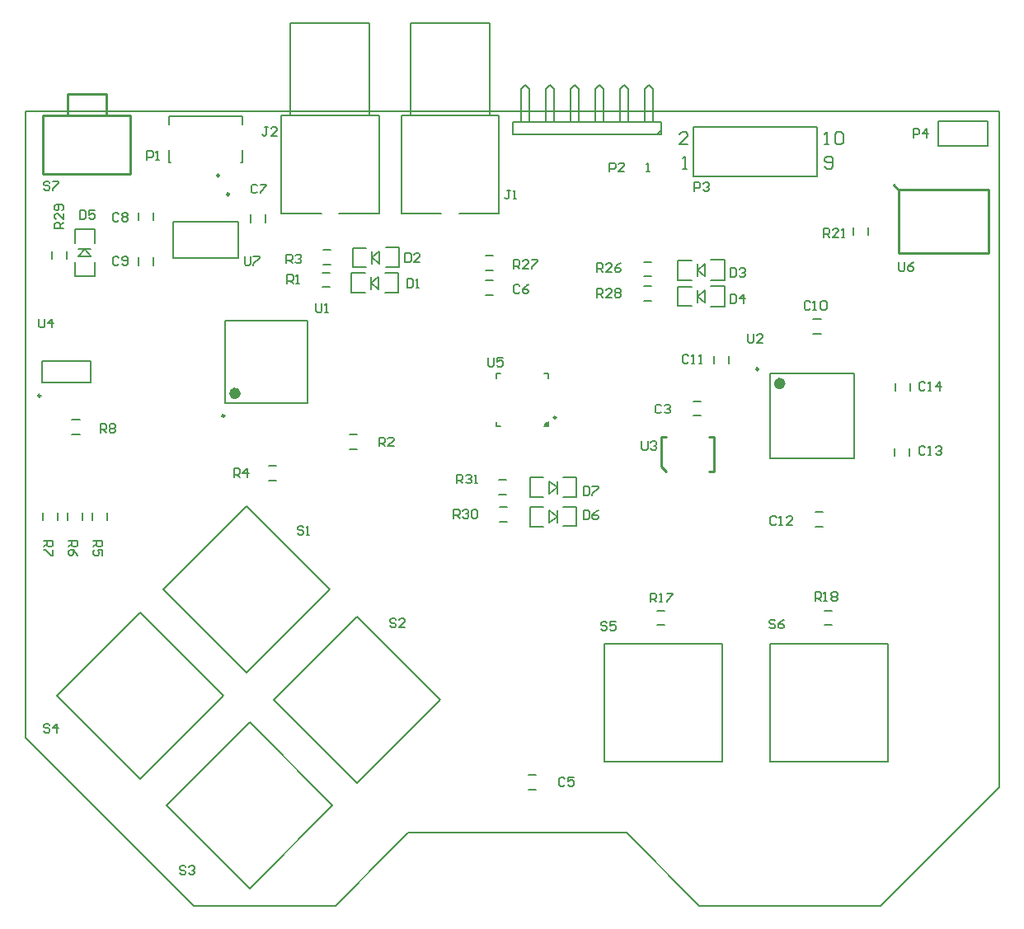
<source format=gto>
G04 Layer_Color=65535*
%FSLAX44Y44*%
%MOMM*%
G71*
G01*
G75*
%ADD30C,0.2000*%
%ADD41C,0.6000*%
%ADD42C,0.2500*%
%ADD43C,0.2540*%
%ADD44C,0.2032*%
G36*
X537250Y492350D02*
X533000D01*
Y493840D01*
X535760Y496600D01*
X537250D01*
Y492350D01*
D02*
G37*
D30*
Y496600D02*
G03*
X533000Y492350I0J-4250D01*
G01*
X290150Y516300D02*
Y601300D01*
X205150Y516300D02*
Y601300D01*
X290150D01*
X205150Y516300D02*
X290150D01*
X218500Y665350D02*
Y702350D01*
X151500D02*
X218500D01*
X151500Y665350D02*
Y702350D01*
Y665350D02*
X218500D01*
X533000Y546350D02*
X537250D01*
Y542100D02*
Y546350D01*
X483250D02*
X487500D01*
X483250Y542100D02*
Y546350D01*
Y492350D02*
Y496600D01*
Y492350D02*
X487500D01*
X533000D02*
X537250D01*
Y496600D01*
X16950Y537850D02*
X66950D01*
X16950Y559850D02*
X66950D01*
X16950Y537850D02*
Y559850D01*
X66950Y537850D02*
Y559850D01*
X851500Y459350D02*
Y546350D01*
X764500D02*
X851500D01*
X764500Y459350D02*
X851500D01*
X764500D02*
Y546350D01*
X226892Y410458D02*
X312204Y325146D01*
X226892Y239834D02*
X312204Y325146D01*
X141579D02*
X226892Y239834D01*
X141579Y325146D02*
X226892Y410458D01*
X305000Y650350D02*
X313000D01*
X305000Y635350D02*
X313000D01*
X988100Y780150D02*
Y805550D01*
X937300D02*
X988100D01*
X937300Y780150D02*
Y805550D01*
Y780150D02*
X988100D01*
X812800Y749300D02*
Y800100D01*
X685800D02*
X812800D01*
X685800Y749300D02*
X812800D01*
X685800D02*
Y800100D01*
X636367Y839116D02*
X640600Y843350D01*
X644833Y839116D01*
X615200Y843350D02*
X619433Y839116D01*
X636367Y805250D02*
Y839116D01*
X619433Y805250D02*
Y839116D01*
X610966D02*
X615200Y843350D01*
X589800D02*
X594033Y839116D01*
X585566D02*
X589800Y843350D01*
X568633Y805250D02*
Y839116D01*
X649066Y792550D02*
X653300Y796783D01*
Y792550D02*
Y805250D01*
X644833D02*
Y839116D01*
X610966Y805250D02*
Y839116D01*
X594033Y805250D02*
Y839116D01*
X585566Y805250D02*
Y839116D01*
X560167D02*
X564400Y843350D01*
X568633Y839116D01*
X539000Y843350D02*
X543233Y839116D01*
X560167Y805250D02*
Y839116D01*
X543233Y805250D02*
Y839116D01*
X534767D02*
X539000Y843350D01*
X513600D02*
X517833Y839116D01*
X534767Y805250D02*
Y839116D01*
X509367D02*
X513600Y843350D01*
X500900Y792550D02*
X653300D01*
X500900Y805250D02*
X653300D01*
X517833D02*
Y839116D01*
X509367Y805250D02*
Y839116D01*
X500900Y792550D02*
Y805250D01*
X222450Y802730D02*
Y810849D01*
X222453Y763897D02*
Y775970D01*
X221140Y763897D02*
X222453D01*
X147550Y810849D02*
X222450D01*
X147547Y802730D02*
Y810850D01*
Y763850D02*
X148850D01*
X147547D02*
Y775970D01*
X445200Y711284D02*
X486000D01*
X386000D02*
X426800D01*
X395350Y906850D02*
X476650D01*
X386002Y711104D02*
Y811670D01*
X486000Y711284D02*
Y811850D01*
X395350D02*
Y906850D01*
X476650Y811850D02*
Y906850D01*
X386000Y811850D02*
X486000D01*
X686000Y518350D02*
X694000D01*
X686000Y503350D02*
X694000D01*
X809000Y602350D02*
X817000D01*
X809000Y587350D02*
X817000D01*
X820500Y288350D02*
X828500D01*
X820500Y303350D02*
X828500D01*
X648500Y303350D02*
X656500D01*
X648500Y288350D02*
X656500D01*
X516700Y134500D02*
X524700D01*
X516700Y119500D02*
X524700D01*
X322200Y711284D02*
X363000D01*
X263000D02*
X303800D01*
X272350Y906850D02*
X353650D01*
X263002Y711104D02*
Y811670D01*
X363000Y711284D02*
Y811850D01*
X272350D02*
Y906850D01*
X353650Y811850D02*
Y906850D01*
X263000Y811850D02*
X363000D01*
X472250Y642500D02*
X480250D01*
X472250Y627500D02*
X480250D01*
X246500Y701850D02*
Y709850D01*
X231500Y701850D02*
Y709850D01*
X131500Y703850D02*
Y711850D01*
X116500Y703850D02*
Y711850D01*
X131500Y657850D02*
Y665850D01*
X116500Y657850D02*
Y665850D01*
X722500Y556850D02*
Y564850D01*
X707500Y556850D02*
Y564850D01*
X811000Y404350D02*
X819000D01*
X811000Y389350D02*
X819000D01*
X907500Y461850D02*
Y469850D01*
X892500Y461850D02*
Y469850D01*
X908500Y528850D02*
Y536850D01*
X893500Y528850D02*
Y536850D01*
X332550Y483750D02*
X340550D01*
X332550Y468750D02*
X340550D01*
X305500Y658350D02*
X313500D01*
X305500Y673350D02*
X313500D01*
X250000Y452000D02*
X258000D01*
X250000Y437000D02*
X258000D01*
X83700Y396050D02*
Y404050D01*
X68700Y396050D02*
Y404050D01*
X58300Y396050D02*
Y404050D01*
X43300Y396050D02*
Y404050D01*
X32900Y396050D02*
Y404050D01*
X17900Y396050D02*
Y404050D01*
X48000Y499350D02*
X56000D01*
X48000Y484350D02*
X56000D01*
X865500Y688850D02*
Y696850D01*
X850500Y688850D02*
Y696850D01*
X635000Y646350D02*
X643000D01*
X635000Y661350D02*
X643000D01*
X472250Y667900D02*
X480250D01*
X472250Y652900D02*
X480250D01*
X635000Y636350D02*
X643000D01*
X635000Y621350D02*
X643000D01*
X42500Y664350D02*
Y672350D01*
X27500Y664350D02*
Y672350D01*
X340608Y296867D02*
X425921Y211554D01*
X340608Y126242D02*
X425921Y211554D01*
X255296D02*
X340608Y126242D01*
X255296Y211554D02*
X340608Y296867D01*
X230220Y188255D02*
X315532Y102942D01*
X230220Y17630D02*
X315532Y102942D01*
X144908D02*
X230220Y17630D01*
X144908Y102942D02*
X230220Y188255D01*
X117786Y301103D02*
X203099Y215791D01*
X117786Y130478D02*
X203099Y215791D01*
X32474D02*
X117786Y130478D01*
X32474Y215791D02*
X117786Y301103D01*
X715560Y148390D02*
Y269040D01*
X594910D02*
X715560D01*
X594910Y148390D02*
X715560D01*
X594910D02*
Y269040D01*
X885560Y148390D02*
Y269040D01*
X764910D02*
X885560D01*
X764910Y148390D02*
X885560D01*
X764910D02*
Y269040D01*
X487000Y409350D02*
X495000D01*
X487000Y394350D02*
X495000D01*
X485998Y437349D02*
X493997D01*
X485998Y422349D02*
X493997D01*
X878000Y-150D02*
X1000000Y121850D01*
X692000Y-150D02*
X878000D01*
X617000Y74850D02*
X692000Y-150D01*
X393000Y74850D02*
X617000D01*
X377000Y58850D02*
X393000Y74850D01*
X318150Y0D02*
X377000Y58850D01*
X172850Y0D02*
X318150D01*
X0Y172850D02*
X172850Y0D01*
X0Y172850D02*
Y815850D01*
X1000000D01*
Y121850D02*
Y815850D01*
D41*
X218150Y526300D02*
G03*
X218150Y526300I-3000J0D01*
G01*
X777500Y536350D02*
G03*
X777500Y536350I-3000J0D01*
G01*
D42*
X204400Y503300D02*
G03*
X204400Y503300I-1250J0D01*
G01*
X209250Y730850D02*
G03*
X209250Y730850I-1250J0D01*
G01*
X545000Y501470D02*
G03*
X545000Y501470I-1250J0D01*
G01*
X15650Y523850D02*
G03*
X15650Y523850I-1250J0D01*
G01*
X752750Y551100D02*
G03*
X752750Y551100I-1250J0D01*
G01*
X199250Y750100D02*
G03*
X199250Y750100I-1250J0D01*
G01*
D43*
X989000Y670350D02*
Y735350D01*
X897000D02*
X989000D01*
X891500Y740351D02*
X897000Y734850D01*
Y670350D02*
X989000D01*
X897000D02*
Y734850D01*
X707000Y445850D02*
Y481850D01*
X702000D02*
X707000D01*
X702000Y445850D02*
X707000D01*
X653000Y481850D02*
X658000D01*
X653000Y451100D02*
Y481850D01*
Y451100D02*
X658000Y446100D01*
X83000Y811850D02*
Y833850D01*
X108000Y751850D02*
Y811850D01*
X43000Y833850D02*
X83000D01*
X18000Y811850D02*
X108000D01*
X43000D02*
Y833850D01*
X18000Y751850D02*
X108000D01*
X18000D02*
Y811850D01*
D44*
X369000Y650264D02*
X383000D01*
X354936Y639850D02*
X362810Y646200D01*
Y633500D02*
Y646200D01*
X354936Y633500D02*
Y639850D01*
X362810Y633500D01*
X383000Y629850D02*
Y649850D01*
X369000Y629690D02*
X383000D01*
X335000Y649850D02*
X349000D01*
X354936Y639850D02*
Y646200D01*
X335000Y629850D02*
X349000D01*
X335000D02*
Y649850D01*
X370000Y676264D02*
X384000D01*
X355936Y665850D02*
X363810Y672200D01*
Y659500D02*
Y672200D01*
X355936Y659500D02*
Y665850D01*
X363810Y659500D01*
X384000Y655850D02*
Y675850D01*
X370000Y655690D02*
X384000D01*
X336000Y675850D02*
X350000D01*
X355936Y665850D02*
Y672200D01*
X336000Y655850D02*
X350000D01*
X336000D02*
Y675850D01*
X704000Y663264D02*
X718000D01*
X689936Y652850D02*
X697810Y659200D01*
Y646500D02*
Y659200D01*
X689936Y646500D02*
Y652850D01*
X697810Y646500D01*
X718000Y642850D02*
Y662850D01*
X704000Y642690D02*
X718000D01*
X670000Y662850D02*
X684000D01*
X689936Y652850D02*
Y659200D01*
X670000Y642850D02*
X684000D01*
X670000D02*
Y662850D01*
X704000Y636264D02*
X718000D01*
X689936Y625850D02*
X697810Y632200D01*
Y619500D02*
Y632200D01*
X689936Y619500D02*
Y625850D01*
X697810Y619500D01*
X718000Y615850D02*
Y635850D01*
X704000Y615690D02*
X718000D01*
X670000Y635850D02*
X684000D01*
X689936Y625850D02*
Y632200D01*
X670000Y615850D02*
X684000D01*
X670000D02*
Y635850D01*
X71000Y680850D02*
Y694849D01*
X61000Y674914D02*
X67350D01*
X61000D02*
X67350Y667040D01*
X54650Y674914D02*
X61000D01*
X54650Y667040D02*
X61000Y674914D01*
X71414Y646850D02*
Y660850D01*
X54650Y667040D02*
X67350D01*
X51000Y694849D02*
X71000D01*
X51000Y680850D02*
Y694849D01*
Y646850D02*
X71000D01*
X50840D02*
Y660850D01*
X552000Y409850D02*
X566000D01*
X546064Y399850D02*
Y406200D01*
X538190D02*
X546064Y399850D01*
Y393500D02*
Y399850D01*
X538190Y393500D02*
X546064Y399850D01*
X566000Y389850D02*
Y409850D01*
X552000Y389850D02*
X566000D01*
X538190Y393500D02*
Y406200D01*
X518000Y410010D02*
X532000D01*
X518000Y389850D02*
Y409850D01*
Y389436D02*
X532000D01*
X552000Y439850D02*
X566000D01*
X546064Y429850D02*
Y436200D01*
X538190D02*
X546064Y429850D01*
Y423500D02*
Y429850D01*
X538190Y423500D02*
X546064Y429850D01*
X566000Y419850D02*
Y439850D01*
X552000Y419850D02*
X566000D01*
X538190Y423500D02*
Y436200D01*
X518000Y440010D02*
X532000D01*
X518000Y419850D02*
Y439850D01*
Y419436D02*
X532000D01*
X298450Y618741D02*
Y611124D01*
X299974Y609600D01*
X303020D01*
X304544Y611124D01*
Y618741D01*
X307591Y609600D02*
X310638D01*
X309115D01*
Y618741D01*
X307591Y617217D01*
X225000Y666991D02*
Y659373D01*
X226523Y657850D01*
X229571D01*
X231094Y659373D01*
Y666991D01*
X234141D02*
X240235D01*
Y665468D01*
X234141Y659373D01*
Y657850D01*
X897000Y660991D02*
Y653373D01*
X898523Y651850D01*
X901571D01*
X903094Y653373D01*
Y660991D01*
X912235D02*
X909188Y659467D01*
X906141Y656421D01*
Y653373D01*
X907665Y651850D01*
X910712D01*
X912235Y653373D01*
Y654897D01*
X910712Y656421D01*
X906141D01*
X475000Y562991D02*
Y555373D01*
X476524Y553850D01*
X479571D01*
X481094Y555373D01*
Y562991D01*
X490235D02*
X484141D01*
Y558420D01*
X487188Y559944D01*
X488712D01*
X490235Y558420D01*
Y555373D01*
X488712Y553850D01*
X485665D01*
X484141Y555373D01*
X13970Y602993D02*
Y595376D01*
X15494Y593852D01*
X18541D01*
X20064Y595376D01*
Y602993D01*
X27682Y593852D02*
Y602993D01*
X23111Y598423D01*
X29205D01*
X633000Y476991D02*
Y469374D01*
X634524Y467850D01*
X637570D01*
X639094Y469374D01*
Y476991D01*
X642141Y475467D02*
X643665Y476991D01*
X646712D01*
X648235Y475467D01*
Y473944D01*
X646712Y472421D01*
X645188D01*
X646712D01*
X648235Y470897D01*
Y469374D01*
X646712Y467850D01*
X643665D01*
X642141Y469374D01*
X741934Y586991D02*
Y579374D01*
X743457Y577850D01*
X746505D01*
X748028Y579374D01*
Y586991D01*
X757169Y577850D02*
X751075D01*
X757169Y583944D01*
Y585467D01*
X755646Y586991D01*
X752599D01*
X751075Y585467D01*
X25094Y742467D02*
X23570Y743991D01*
X20524D01*
X19000Y742467D01*
Y740944D01*
X20524Y739420D01*
X23570D01*
X25094Y737897D01*
Y736374D01*
X23570Y734850D01*
X20524D01*
X19000Y736374D01*
X28141Y743991D02*
X34235D01*
Y742467D01*
X28141Y736374D01*
Y734850D01*
X285494Y388618D02*
X283971Y390141D01*
X280924D01*
X279400Y388618D01*
Y387094D01*
X280924Y385570D01*
X283971D01*
X285494Y384047D01*
Y382523D01*
X283971Y381000D01*
X280924D01*
X279400Y382523D01*
X288541Y381000D02*
X291588D01*
X290065D01*
Y390141D01*
X288541Y388618D01*
X269000Y638850D02*
Y647991D01*
X273570D01*
X275094Y646468D01*
Y643420D01*
X273570Y641897D01*
X269000D01*
X272047D02*
X275094Y638850D01*
X278141D02*
X281188D01*
X279665D01*
Y647991D01*
X278141Y646468D01*
X912000Y788850D02*
Y797991D01*
X916571D01*
X918094Y796468D01*
Y793420D01*
X916571Y791897D01*
X912000D01*
X925712Y788850D02*
Y797991D01*
X921141Y793420D01*
X927235D01*
X687000Y733850D02*
Y742991D01*
X691571D01*
X693094Y741468D01*
Y738420D01*
X691571Y736897D01*
X687000D01*
X696141Y741468D02*
X697665Y742991D01*
X700712D01*
X702235Y741468D01*
Y739944D01*
X700712Y738420D01*
X699188D01*
X700712D01*
X702235Y736897D01*
Y735374D01*
X700712Y733850D01*
X697665D01*
X696141Y735374D01*
X821000Y781850D02*
X825232D01*
X823116D01*
Y794546D01*
X821000Y792430D01*
X831580D02*
X833696Y794546D01*
X837928D01*
X840044Y792430D01*
Y783966D01*
X837928Y781850D01*
X833696D01*
X831580Y783966D01*
Y792430D01*
X821000Y758966D02*
X823116Y756850D01*
X827348D01*
X829464Y758966D01*
Y767430D01*
X827348Y769546D01*
X823116D01*
X821000Y767430D01*
Y765314D01*
X823116Y763198D01*
X829464D01*
X680464Y781850D02*
X672000D01*
X680464Y790314D01*
Y792430D01*
X678348Y794546D01*
X674116D01*
X672000Y792430D01*
X675000Y756850D02*
X679232D01*
X677116D01*
Y769546D01*
X675000Y767430D01*
X600000Y753850D02*
Y762991D01*
X604571D01*
X606094Y761468D01*
Y758420D01*
X604571Y756897D01*
X600000D01*
X615235Y753850D02*
X609141D01*
X615235Y759944D01*
Y761468D01*
X613712Y762991D01*
X610665D01*
X609141Y761468D01*
X125000Y765850D02*
Y774991D01*
X129571D01*
X131094Y773467D01*
Y770421D01*
X129571Y768897D01*
X125000D01*
X134141Y765850D02*
X137188D01*
X135665D01*
Y774991D01*
X134141Y773467D01*
X498094Y734991D02*
X495047D01*
X496571D01*
Y727374D01*
X495047Y725850D01*
X493523D01*
X492000Y727374D01*
X501141Y725850D02*
X504188D01*
X502665D01*
Y734991D01*
X501141Y733467D01*
X392000Y643991D02*
Y634850D01*
X396571D01*
X398094Y636373D01*
Y642467D01*
X396571Y643991D01*
X392000D01*
X401141Y634850D02*
X404188D01*
X402665D01*
Y643991D01*
X401141Y642467D01*
X653094Y513467D02*
X651571Y514991D01*
X648523D01*
X647000Y513467D01*
Y507374D01*
X648523Y505850D01*
X651571D01*
X653094Y507374D01*
X656141Y513467D02*
X657665Y514991D01*
X660712D01*
X662235Y513467D01*
Y511944D01*
X660712Y510420D01*
X659188D01*
X660712D01*
X662235Y508897D01*
Y507374D01*
X660712Y505850D01*
X657665D01*
X656141Y507374D01*
X554094Y130468D02*
X552570Y131991D01*
X549524D01*
X548000Y130468D01*
Y124374D01*
X549524Y122850D01*
X552570D01*
X554094Y124374D01*
X563235Y131991D02*
X557141D01*
Y127421D01*
X560188Y128944D01*
X561712D01*
X563235Y127421D01*
Y124374D01*
X561712Y122850D01*
X558665D01*
X557141Y124374D01*
X507744Y636268D02*
X506221Y637791D01*
X503173D01*
X501650Y636268D01*
Y630173D01*
X503173Y628650D01*
X506221D01*
X507744Y630173D01*
X516885Y637791D02*
X513838Y636268D01*
X510791Y633220D01*
Y630173D01*
X512315Y628650D01*
X515362D01*
X516885Y630173D01*
Y631697D01*
X515362Y633220D01*
X510791D01*
X238094Y739467D02*
X236570Y740991D01*
X233524D01*
X232000Y739467D01*
Y733373D01*
X233524Y731850D01*
X236570D01*
X238094Y733373D01*
X241141Y740991D02*
X247235D01*
Y739467D01*
X241141Y733373D01*
Y731850D01*
X96094Y710468D02*
X94571Y711991D01*
X91524D01*
X90000Y710468D01*
Y704373D01*
X91524Y702850D01*
X94571D01*
X96094Y704373D01*
X99141Y710468D02*
X100665Y711991D01*
X103712D01*
X105235Y710468D01*
Y708944D01*
X103712Y707421D01*
X105235Y705897D01*
Y704373D01*
X103712Y702850D01*
X100665D01*
X99141Y704373D01*
Y705897D01*
X100665Y707421D01*
X99141Y708944D01*
Y710468D01*
X100665Y707421D02*
X103712D01*
X96094Y665468D02*
X94571Y666991D01*
X91524D01*
X90000Y665468D01*
Y659373D01*
X91524Y657850D01*
X94571D01*
X96094Y659373D01*
X99141D02*
X100665Y657850D01*
X103712D01*
X105235Y659373D01*
Y665468D01*
X103712Y666991D01*
X100665D01*
X99141Y665468D01*
Y663944D01*
X100665Y662421D01*
X105235D01*
X806094Y619468D02*
X804570Y620991D01*
X801524D01*
X800000Y619468D01*
Y613373D01*
X801524Y611850D01*
X804570D01*
X806094Y613373D01*
X809141Y611850D02*
X812188D01*
X810665D01*
Y620991D01*
X809141Y619468D01*
X816759D02*
X818282Y620991D01*
X821329D01*
X822853Y619468D01*
Y613373D01*
X821329Y611850D01*
X818282D01*
X816759Y613373D01*
Y619468D01*
X681094Y564468D02*
X679570Y565991D01*
X676524D01*
X675000Y564468D01*
Y558373D01*
X676524Y556850D01*
X679570D01*
X681094Y558373D01*
X684141Y556850D02*
X687188D01*
X685665D01*
Y565991D01*
X684141Y564468D01*
X691759Y556850D02*
X694806D01*
X693282D01*
Y565991D01*
X691759Y564468D01*
X771094Y398467D02*
X769570Y399991D01*
X766524D01*
X765000Y398467D01*
Y392374D01*
X766524Y390850D01*
X769570D01*
X771094Y392374D01*
X774141Y390850D02*
X777188D01*
X775665D01*
Y399991D01*
X774141Y398467D01*
X787853Y390850D02*
X781759D01*
X787853Y396944D01*
Y398467D01*
X786329Y399991D01*
X783282D01*
X781759Y398467D01*
X924094Y470467D02*
X922570Y471991D01*
X919523D01*
X918000Y470467D01*
Y464374D01*
X919523Y462850D01*
X922570D01*
X924094Y464374D01*
X927141Y462850D02*
X930188D01*
X928665D01*
Y471991D01*
X927141Y470467D01*
X934759D02*
X936282Y471991D01*
X939329D01*
X940853Y470467D01*
Y468944D01*
X939329Y467421D01*
X937806D01*
X939329D01*
X940853Y465897D01*
Y464374D01*
X939329Y462850D01*
X936282D01*
X934759Y464374D01*
X924094Y536468D02*
X922570Y537991D01*
X919523D01*
X918000Y536468D01*
Y530373D01*
X919523Y528850D01*
X922570D01*
X924094Y530373D01*
X927141Y528850D02*
X930188D01*
X928665D01*
Y537991D01*
X927141Y536468D01*
X939329Y528850D02*
Y537991D01*
X934759Y533420D01*
X940853D01*
X390000Y669991D02*
Y660850D01*
X394571D01*
X396094Y662374D01*
Y668467D01*
X394571Y669991D01*
X390000D01*
X405235Y660850D02*
X399141D01*
X405235Y666944D01*
Y668467D01*
X403712Y669991D01*
X400665D01*
X399141Y668467D01*
X724000Y654991D02*
Y645850D01*
X728570D01*
X730094Y647374D01*
Y653467D01*
X728570Y654991D01*
X724000D01*
X733141Y653467D02*
X734665Y654991D01*
X737712D01*
X739235Y653467D01*
Y651944D01*
X737712Y650421D01*
X736188D01*
X737712D01*
X739235Y648897D01*
Y647374D01*
X737712Y645850D01*
X734665D01*
X733141Y647374D01*
X724000Y627991D02*
Y618850D01*
X728570D01*
X730094Y620373D01*
Y626468D01*
X728570Y627991D01*
X724000D01*
X737712Y618850D02*
Y627991D01*
X733141Y623420D01*
X739235D01*
X56000Y713991D02*
Y704850D01*
X60571D01*
X62094Y706374D01*
Y712467D01*
X60571Y713991D01*
X56000D01*
X71235D02*
X65141D01*
Y709420D01*
X68188Y710944D01*
X69712D01*
X71235Y709420D01*
Y706374D01*
X69712Y704850D01*
X66665D01*
X65141Y706374D01*
X249094Y799991D02*
X246047D01*
X247570D01*
Y792374D01*
X246047Y790850D01*
X244524D01*
X243000Y792374D01*
X258235Y790850D02*
X252141D01*
X258235Y796944D01*
Y798467D01*
X256712Y799991D01*
X253665D01*
X252141Y798467D01*
X363000Y471850D02*
Y480991D01*
X367570D01*
X369094Y479468D01*
Y476421D01*
X367570Y474897D01*
X363000D01*
X366047D02*
X369094Y471850D01*
X378235D02*
X372141D01*
X378235Y477944D01*
Y479468D01*
X376712Y480991D01*
X373665D01*
X372141Y479468D01*
X268000Y659850D02*
Y668991D01*
X272570D01*
X274094Y667467D01*
Y664420D01*
X272570Y662897D01*
X268000D01*
X271047D02*
X274094Y659850D01*
X277141Y667467D02*
X278665Y668991D01*
X281712D01*
X283235Y667467D01*
Y665944D01*
X281712Y664420D01*
X280188D01*
X281712D01*
X283235Y662897D01*
Y661374D01*
X281712Y659850D01*
X278665D01*
X277141Y661374D01*
X214000Y439850D02*
Y448991D01*
X218570D01*
X220094Y447467D01*
Y444421D01*
X218570Y442897D01*
X214000D01*
X217047D02*
X220094Y439850D01*
X227712D02*
Y448991D01*
X223141Y444421D01*
X229235D01*
X69850Y374650D02*
X78991D01*
Y370079D01*
X77467Y368556D01*
X74420D01*
X72897Y370079D01*
Y374650D01*
Y371603D02*
X69850Y368556D01*
X78991Y359415D02*
Y365509D01*
X74420D01*
X75944Y362462D01*
Y360938D01*
X74420Y359415D01*
X71374D01*
X69850Y360938D01*
Y363985D01*
X71374Y365509D01*
X44450Y374650D02*
X53591D01*
Y370079D01*
X52067Y368556D01*
X49021D01*
X47497Y370079D01*
Y374650D01*
Y371603D02*
X44450Y368556D01*
X53591Y359415D02*
X52067Y362462D01*
X49021Y365509D01*
X45974D01*
X44450Y363985D01*
Y360938D01*
X45974Y359415D01*
X47497D01*
X49021Y360938D01*
Y365509D01*
X19050Y374650D02*
X28191D01*
Y370079D01*
X26667Y368556D01*
X23621D01*
X22097Y370079D01*
Y374650D01*
Y371603D02*
X19050Y368556D01*
X28191Y365509D02*
Y359415D01*
X26667D01*
X20573Y365509D01*
X19050D01*
X77000Y485850D02*
Y494991D01*
X81571D01*
X83094Y493467D01*
Y490420D01*
X81571Y488897D01*
X77000D01*
X80047D02*
X83094Y485850D01*
X86141Y493467D02*
X87665Y494991D01*
X90712D01*
X92235Y493467D01*
Y491944D01*
X90712Y490420D01*
X92235Y488897D01*
Y487374D01*
X90712Y485850D01*
X87665D01*
X86141Y487374D01*
Y488897D01*
X87665Y490420D01*
X86141Y491944D01*
Y493467D01*
X87665Y490420D02*
X90712D01*
X642000Y311850D02*
Y320991D01*
X646571D01*
X648094Y319468D01*
Y316420D01*
X646571Y314897D01*
X642000D01*
X645047D02*
X648094Y311850D01*
X651141D02*
X654188D01*
X652665D01*
Y320991D01*
X651141Y319468D01*
X658759Y320991D02*
X664853D01*
Y319468D01*
X658759Y313374D01*
Y311850D01*
X811000Y312850D02*
Y321991D01*
X815571D01*
X817094Y320467D01*
Y317421D01*
X815571Y315897D01*
X811000D01*
X814047D02*
X817094Y312850D01*
X820141D02*
X823188D01*
X821665D01*
Y321991D01*
X820141Y320467D01*
X827759D02*
X829282Y321991D01*
X832329D01*
X833853Y320467D01*
Y318944D01*
X832329Y317421D01*
X833853Y315897D01*
Y314373D01*
X832329Y312850D01*
X829282D01*
X827759Y314373D01*
Y315897D01*
X829282Y317421D01*
X827759Y318944D01*
Y320467D01*
X829282Y317421D02*
X832329D01*
X820000Y686850D02*
Y695991D01*
X824570D01*
X826094Y694467D01*
Y691421D01*
X824570Y689897D01*
X820000D01*
X823047D02*
X826094Y686850D01*
X835235D02*
X829141D01*
X835235Y692944D01*
Y694467D01*
X833712Y695991D01*
X830665D01*
X829141Y694467D01*
X838282Y686850D02*
X841329D01*
X839806D01*
Y695991D01*
X838282Y694467D01*
X587000Y650850D02*
Y659991D01*
X591571D01*
X593094Y658467D01*
Y655421D01*
X591571Y653897D01*
X587000D01*
X590047D02*
X593094Y650850D01*
X602235D02*
X596141D01*
X602235Y656944D01*
Y658467D01*
X600712Y659991D01*
X597665D01*
X596141Y658467D01*
X611376Y659991D02*
X608329Y658467D01*
X605282Y655421D01*
Y652374D01*
X606806Y650850D01*
X609853D01*
X611376Y652374D01*
Y653897D01*
X609853Y655421D01*
X605282D01*
X501650Y654050D02*
Y663191D01*
X506221D01*
X507744Y661667D01*
Y658621D01*
X506221Y657097D01*
X501650D01*
X504697D02*
X507744Y654050D01*
X516885D02*
X510791D01*
X516885Y660144D01*
Y661667D01*
X515362Y663191D01*
X512315D01*
X510791Y661667D01*
X519932Y663191D02*
X526026D01*
Y661667D01*
X519932Y655574D01*
Y654050D01*
X587000Y624850D02*
Y633991D01*
X591571D01*
X593094Y632467D01*
Y629421D01*
X591571Y627897D01*
X587000D01*
X590047D02*
X593094Y624850D01*
X602235D02*
X596141D01*
X602235Y630944D01*
Y632467D01*
X600712Y633991D01*
X597665D01*
X596141Y632467D01*
X605282D02*
X606806Y633991D01*
X609853D01*
X611376Y632467D01*
Y630944D01*
X609853Y629421D01*
X611376Y627897D01*
Y626373D01*
X609853Y624850D01*
X606806D01*
X605282Y626373D01*
Y627897D01*
X606806Y629421D01*
X605282Y630944D01*
Y632467D01*
X606806Y629421D02*
X609853D01*
X39000Y695850D02*
X29859D01*
Y700421D01*
X31383Y701944D01*
X34430D01*
X35953Y700421D01*
Y695850D01*
Y698897D02*
X39000Y701944D01*
Y711085D02*
Y704991D01*
X32906Y711085D01*
X31383D01*
X29859Y709562D01*
Y706515D01*
X31383Y704991D01*
X37476Y714132D02*
X39000Y715656D01*
Y718703D01*
X37476Y720226D01*
X31383D01*
X29859Y718703D01*
Y715656D01*
X31383Y714132D01*
X32906D01*
X34430Y715656D01*
Y720226D01*
X380744Y293368D02*
X379221Y294891D01*
X376174D01*
X374650Y293368D01*
Y291844D01*
X376174Y290320D01*
X379221D01*
X380744Y288797D01*
Y287274D01*
X379221Y285750D01*
X376174D01*
X374650Y287274D01*
X389885Y285750D02*
X383791D01*
X389885Y291844D01*
Y293368D01*
X388362Y294891D01*
X385315D01*
X383791Y293368D01*
X164844Y39367D02*
X163321Y40891D01*
X160273D01*
X158750Y39367D01*
Y37844D01*
X160273Y36321D01*
X163321D01*
X164844Y34797D01*
Y33273D01*
X163321Y31750D01*
X160273D01*
X158750Y33273D01*
X167891Y39367D02*
X169415Y40891D01*
X172462D01*
X173985Y39367D01*
Y37844D01*
X172462Y36321D01*
X170938D01*
X172462D01*
X173985Y34797D01*
Y33273D01*
X172462Y31750D01*
X169415D01*
X167891Y33273D01*
X25144Y185417D02*
X23621Y186941D01*
X20573D01*
X19050Y185417D01*
Y183894D01*
X20573Y182370D01*
X23621D01*
X25144Y180847D01*
Y179324D01*
X23621Y177800D01*
X20573D01*
X19050Y179324D01*
X32762Y177800D02*
Y186941D01*
X28191Y182370D01*
X34285D01*
X597094Y290467D02*
X595570Y291991D01*
X592523D01*
X591000Y290467D01*
Y288944D01*
X592523Y287421D01*
X595570D01*
X597094Y285897D01*
Y284373D01*
X595570Y282850D01*
X592523D01*
X591000Y284373D01*
X606235Y291991D02*
X600141D01*
Y287421D01*
X603188Y288944D01*
X604712D01*
X606235Y287421D01*
Y284373D01*
X604712Y282850D01*
X601665D01*
X600141Y284373D01*
X770094Y292467D02*
X768570Y293991D01*
X765524D01*
X764000Y292467D01*
Y290944D01*
X765524Y289421D01*
X768570D01*
X770094Y287897D01*
Y286374D01*
X768570Y284850D01*
X765524D01*
X764000Y286374D01*
X779235Y293991D02*
X776188Y292467D01*
X773141Y289421D01*
Y286374D01*
X774665Y284850D01*
X777712D01*
X779235Y286374D01*
Y287897D01*
X777712Y289421D01*
X773141D01*
X573000Y405991D02*
Y396850D01*
X577570D01*
X579094Y398373D01*
Y404468D01*
X577570Y405991D01*
X573000D01*
X588235D02*
X585188Y404468D01*
X582141Y401421D01*
Y398373D01*
X583665Y396850D01*
X586712D01*
X588235Y398373D01*
Y399897D01*
X586712Y401421D01*
X582141D01*
X573000Y430991D02*
Y421850D01*
X577570D01*
X579094Y423373D01*
Y429468D01*
X577570Y430991D01*
X573000D01*
X582141D02*
X588235D01*
Y429468D01*
X582141Y423373D01*
Y421850D01*
X440000Y397850D02*
Y406991D01*
X444571D01*
X446094Y405467D01*
Y402421D01*
X444571Y400897D01*
X440000D01*
X443047D02*
X446094Y397850D01*
X449141Y405467D02*
X450665Y406991D01*
X453712D01*
X455235Y405467D01*
Y403944D01*
X453712Y402421D01*
X452188D01*
X453712D01*
X455235Y400897D01*
Y399374D01*
X453712Y397850D01*
X450665D01*
X449141Y399374D01*
X458282Y405467D02*
X459806Y406991D01*
X462853D01*
X464376Y405467D01*
Y399374D01*
X462853Y397850D01*
X459806D01*
X458282Y399374D01*
Y405467D01*
X443000Y433850D02*
Y442991D01*
X447570D01*
X449094Y441468D01*
Y438420D01*
X447570Y436897D01*
X443000D01*
X446047D02*
X449094Y433850D01*
X452141Y441468D02*
X453665Y442991D01*
X456712D01*
X458235Y441468D01*
Y439944D01*
X456712Y438420D01*
X455188D01*
X456712D01*
X458235Y436897D01*
Y435373D01*
X456712Y433850D01*
X453665D01*
X452141Y435373D01*
X461282Y433850D02*
X464329D01*
X462806D01*
Y442991D01*
X461282Y441468D01*
X638000Y753850D02*
X641047D01*
X639524D01*
Y762991D01*
X638000Y761468D01*
M02*

</source>
